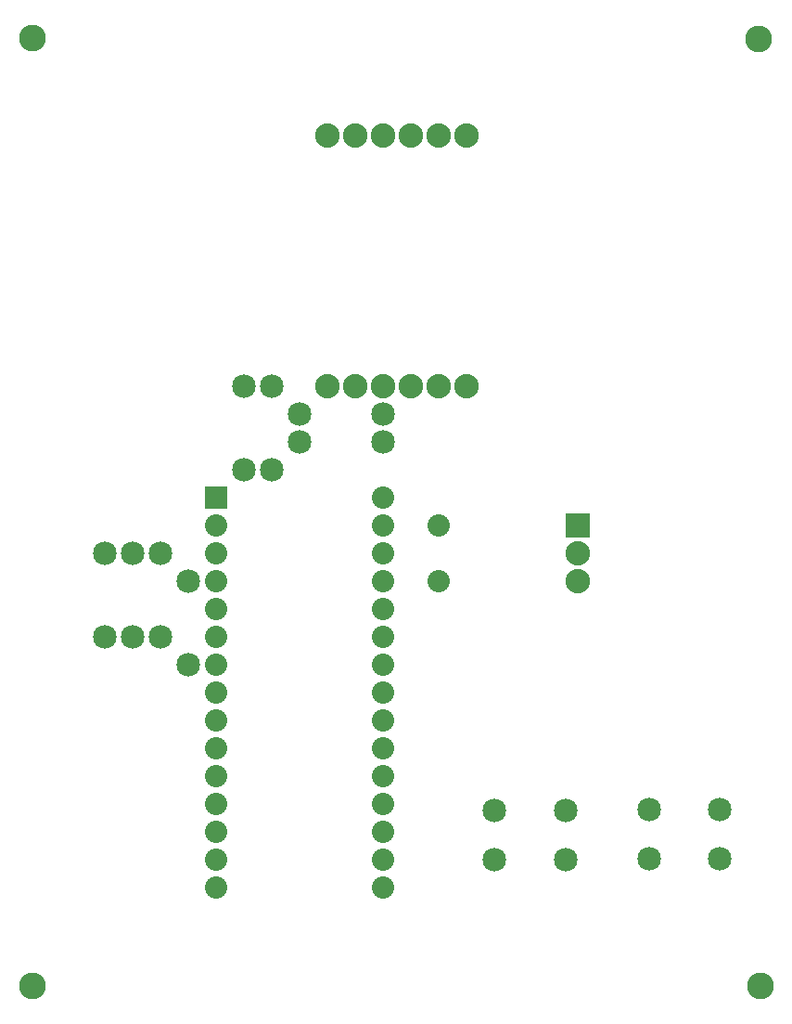
<source format=gts>
G04 MADE WITH FRITZING*
G04 WWW.FRITZING.ORG*
G04 DOUBLE SIDED*
G04 HOLES PLATED*
G04 CONTOUR ON CENTER OF CONTOUR VECTOR*
%ASAXBY*%
%FSLAX23Y23*%
%MOIN*%
%OFA0B0*%
%SFA1.0B1.0*%
%ADD10C,0.080000*%
%ADD11C,0.085000*%
%ADD12C,0.088000*%
%ADD13C,0.096614*%
%ADD14R,0.079972X0.080000*%
%ADD15R,0.088000X0.088000*%
%LNMASK1*%
G90*
G70*
G54D10*
X732Y1824D03*
X732Y1724D03*
X732Y1624D03*
X732Y1524D03*
X732Y1424D03*
X732Y1324D03*
X732Y1224D03*
X732Y1124D03*
X732Y1024D03*
X732Y924D03*
X732Y824D03*
X732Y724D03*
X732Y624D03*
X732Y524D03*
X732Y424D03*
X1332Y1824D03*
X1332Y1724D03*
X1332Y1624D03*
X1332Y1524D03*
X1332Y1424D03*
X1332Y1324D03*
X1332Y1224D03*
X1332Y1124D03*
X1332Y1024D03*
X1332Y924D03*
X1332Y824D03*
X1332Y724D03*
X1332Y624D03*
X1332Y524D03*
X1332Y424D03*
G54D11*
X2543Y525D03*
X2287Y525D03*
X2543Y702D03*
X2287Y702D03*
X1988Y524D03*
X1732Y524D03*
X1988Y701D03*
X1732Y701D03*
X1032Y2124D03*
X1332Y2124D03*
X1032Y2024D03*
X1332Y2024D03*
X432Y1324D03*
X432Y1624D03*
X932Y1924D03*
X932Y2224D03*
X832Y1924D03*
X832Y2224D03*
X632Y1224D03*
X632Y1524D03*
X532Y1324D03*
X532Y1624D03*
X332Y1324D03*
X332Y1624D03*
G54D12*
X1632Y3124D03*
X1532Y3124D03*
X1432Y3124D03*
X1332Y3124D03*
X1232Y3124D03*
X1132Y3124D03*
X1132Y2224D03*
X1232Y2224D03*
X1332Y2224D03*
X1432Y2224D03*
X1532Y2224D03*
X1632Y2224D03*
X2032Y1724D03*
X2032Y1624D03*
X2032Y1524D03*
G54D10*
X1532Y1524D03*
X1532Y1724D03*
G54D13*
X2683Y3470D03*
X71Y3473D03*
X2687Y69D03*
X71Y69D03*
G54D14*
X732Y1824D03*
G54D15*
X2032Y1724D03*
G04 End of Mask1*
M02*
</source>
